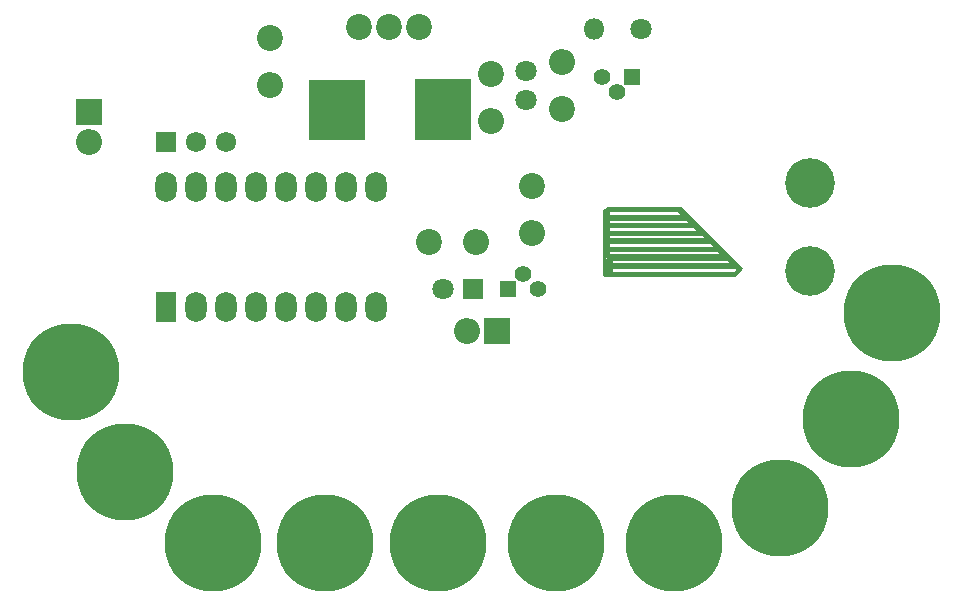
<source format=gts>
G04 #@! TF.FileFunction,Soldermask,Top*
%FSLAX46Y46*%
G04 Gerber Fmt 4.6, Leading zero omitted, Abs format (unit mm)*
G04 Created by KiCad (PCBNEW 4.0.7) date 06/25/19 00:48:09*
%MOMM*%
%LPD*%
G01*
G04 APERTURE LIST*
%ADD10C,0.100000*%
%ADD11C,0.200000*%
%ADD12C,4.200000*%
%ADD13R,1.800000X2.600000*%
%ADD14O,1.800000X2.600000*%
%ADD15C,8.200000*%
%ADD16R,1.800000X1.800000*%
%ADD17C,1.800000*%
%ADD18R,2.200000X2.200000*%
%ADD19O,2.200000X2.200000*%
%ADD20C,1.400000*%
%ADD21R,1.400000X1.400000*%
%ADD22C,2.198980*%
%ADD23R,4.700000X5.200000*%
%ADD24C,2.200000*%
%ADD25O,1.800000X1.800000*%
%ADD26R,1.724000X1.724000*%
%ADD27C,1.724000*%
G04 APERTURE END LIST*
D10*
D11*
X166325000Y-104600000D02*
X166600000Y-104600000D01*
X160400000Y-104600000D02*
X160250000Y-104750000D01*
X166375000Y-104600000D02*
X160400000Y-104600000D01*
X160300000Y-104700000D02*
X160100000Y-104900000D01*
X160325000Y-104700000D02*
X160300000Y-104700000D01*
X160100000Y-104925000D02*
X160325000Y-104700000D01*
X160100000Y-110250000D02*
X160100000Y-104925000D01*
X171100000Y-109675000D02*
X160550000Y-109675000D01*
X160850000Y-109375000D02*
X170675000Y-109375000D01*
X160550000Y-104775000D02*
X160550000Y-105275000D01*
X160350000Y-104775000D02*
X160550000Y-104775000D01*
X160350000Y-105975000D02*
X160350000Y-104775000D01*
X167550000Y-105975000D02*
X160350000Y-105975000D01*
X167850000Y-106275000D02*
X167550000Y-105975000D01*
X160100000Y-106275000D02*
X167850000Y-106275000D01*
X160100000Y-106300000D02*
X160100000Y-106275000D01*
X160100000Y-106325000D02*
X160100000Y-106300000D01*
X160500000Y-106325000D02*
X160100000Y-106325000D01*
X160500000Y-106625000D02*
X160500000Y-106325000D01*
X168125000Y-106625000D02*
X160500000Y-106625000D01*
X168775000Y-107275000D02*
X168125000Y-106625000D01*
X160500000Y-107275000D02*
X168775000Y-107275000D01*
X160450000Y-107225000D02*
X160500000Y-107275000D01*
X160450000Y-107400000D02*
X160450000Y-107225000D01*
X168900000Y-107400000D02*
X160450000Y-107400000D01*
X169075000Y-107575000D02*
X168900000Y-107400000D01*
X160525000Y-107575000D02*
X169075000Y-107575000D01*
X160525000Y-107975000D02*
X160525000Y-107575000D01*
X169525000Y-107975000D02*
X160525000Y-107975000D01*
X169825000Y-108275000D02*
X169525000Y-107975000D01*
X160575000Y-108275000D02*
X169825000Y-108275000D01*
X160425000Y-108125000D02*
X160575000Y-108275000D01*
X160750000Y-109350000D02*
X160750000Y-109075000D01*
X160750000Y-110100000D02*
X160750000Y-109350000D01*
X160550000Y-109900000D02*
X160750000Y-110100000D01*
X160550000Y-105625000D02*
X160550000Y-109900000D01*
X160550000Y-106925000D02*
X160550000Y-105625000D01*
X168450000Y-106925000D02*
X160550000Y-106925000D01*
X168450000Y-106800000D02*
X168450000Y-106925000D01*
X160500000Y-106800000D02*
X168450000Y-106800000D01*
X160500000Y-106650000D02*
X160500000Y-106800000D01*
X168300000Y-106650000D02*
X160500000Y-106650000D01*
X167050000Y-105400000D02*
X168300000Y-106650000D01*
X160400000Y-105400000D02*
X167050000Y-105400000D01*
X160400000Y-106150000D02*
X160400000Y-105400000D01*
X167700000Y-106150000D02*
X160400000Y-106150000D01*
X167800000Y-106250000D02*
X167700000Y-106150000D01*
X160350000Y-106250000D02*
X167800000Y-106250000D01*
X160300000Y-106200000D02*
X160350000Y-106250000D01*
X167800000Y-106200000D02*
X160300000Y-106200000D01*
X167600000Y-106000000D02*
X167800000Y-106200000D01*
X160500000Y-106000000D02*
X167600000Y-106000000D01*
X160500000Y-105400000D02*
X160500000Y-106000000D01*
X160300000Y-105600000D02*
X160500000Y-105400000D01*
X167100000Y-105600000D02*
X160300000Y-105600000D01*
X167000000Y-105500000D02*
X167100000Y-105600000D01*
X160600000Y-105500000D02*
X167000000Y-105500000D01*
X160600000Y-105300000D02*
X160600000Y-105500000D01*
X166800000Y-105300000D02*
X160600000Y-105300000D01*
X166800000Y-105000000D02*
X166800000Y-105300000D01*
X166600000Y-104800000D02*
X166800000Y-105000000D01*
X160400000Y-104800000D02*
X166600000Y-104800000D01*
X160300000Y-104900000D02*
X160400000Y-104800000D01*
X166300000Y-104900000D02*
X160300000Y-104900000D01*
X166100000Y-104700000D02*
X166300000Y-104900000D01*
X160400000Y-104700000D02*
X166100000Y-104700000D01*
X160400000Y-108000000D02*
X160400000Y-104700000D01*
X160400000Y-107700000D02*
X160400000Y-108000000D01*
X160500000Y-107600000D02*
X160400000Y-107700000D01*
X160500000Y-108100000D02*
X160500000Y-107600000D01*
X169600000Y-108100000D02*
X160500000Y-108100000D01*
X170400000Y-108900000D02*
X169600000Y-108100000D01*
X160400000Y-108900000D02*
X170400000Y-108900000D01*
X160400000Y-109500000D02*
X160400000Y-108900000D01*
X170100000Y-109500000D02*
X160400000Y-109500000D01*
X171300000Y-109500000D02*
X170100000Y-109500000D01*
X171600000Y-109800000D02*
X171300000Y-109500000D01*
X171200000Y-110200000D02*
X171600000Y-109800000D01*
X160200000Y-110200000D02*
X171200000Y-110200000D01*
X160400000Y-110200000D02*
X160200000Y-110200000D01*
X160400000Y-108000000D02*
X160400000Y-110200000D01*
X160600000Y-108000000D02*
X160400000Y-108000000D01*
X169500000Y-108000000D02*
X160600000Y-108000000D01*
X169500000Y-108100000D02*
X169500000Y-108000000D01*
X169600000Y-108200000D02*
X169500000Y-108100000D01*
X160800000Y-108200000D02*
X169600000Y-108200000D01*
X160600000Y-108200000D02*
X160800000Y-108200000D01*
X160300000Y-108500000D02*
X160600000Y-108200000D01*
X160300000Y-104700000D02*
X160300000Y-108500000D01*
X160500000Y-104700000D02*
X160300000Y-104700000D01*
X160500000Y-109100000D02*
X160500000Y-104700000D01*
X160500000Y-109400000D02*
X160500000Y-109100000D01*
X160700000Y-109400000D02*
X160500000Y-109400000D01*
X160700000Y-109000000D02*
X160700000Y-109400000D01*
X160400000Y-109000000D02*
X160700000Y-109000000D01*
X160300000Y-109100000D02*
X160400000Y-109000000D01*
X160300000Y-109700000D02*
X160300000Y-109100000D01*
X160300000Y-110000000D02*
X160300000Y-109700000D01*
X160500000Y-110000000D02*
X160300000Y-110000000D01*
X160500000Y-109700000D02*
X160500000Y-110000000D01*
X160700000Y-109700000D02*
X160500000Y-109700000D01*
X160700000Y-110300000D02*
X160700000Y-109700000D01*
X160800000Y-110300000D02*
X160700000Y-110300000D01*
X160200000Y-110300000D02*
X160800000Y-110300000D01*
X171200000Y-110300000D02*
X160200000Y-110300000D01*
X171300000Y-110200000D02*
X171200000Y-110300000D01*
X171400000Y-110100000D02*
X171300000Y-110200000D01*
X171300000Y-110000000D02*
X171400000Y-110100000D01*
X171200000Y-110100000D02*
X171300000Y-110000000D01*
X171100000Y-110100000D02*
X171200000Y-110100000D01*
X160100000Y-110100000D02*
X171100000Y-110100000D01*
X171500000Y-109600000D02*
X171400000Y-109700000D01*
X160200000Y-109600000D02*
X171500000Y-109600000D01*
X160200000Y-109400000D02*
X160200000Y-109600000D01*
X170800000Y-109400000D02*
X160200000Y-109400000D01*
X166100000Y-104600000D02*
X165900000Y-104600000D01*
X171500000Y-110000000D02*
X166100000Y-104600000D01*
X171600000Y-109900000D02*
X171500000Y-110000000D01*
X166400000Y-104700000D02*
X171600000Y-109900000D01*
X166500000Y-104700000D02*
X166400000Y-104700000D01*
X171700000Y-109900000D02*
X166500000Y-104700000D01*
X171800000Y-109800000D02*
X171700000Y-109900000D01*
X170600000Y-108600000D02*
X171800000Y-109800000D01*
X170400000Y-108600000D02*
X170600000Y-108600000D01*
X160200000Y-108600000D02*
X170400000Y-108600000D01*
X160200000Y-109000000D02*
X160200000Y-108600000D01*
X171000000Y-109000000D02*
X160200000Y-109000000D01*
X170800000Y-108800000D02*
X171000000Y-109000000D01*
X160200000Y-108800000D02*
X170800000Y-108800000D01*
X160200000Y-110400000D02*
X160100000Y-110300000D01*
X171200000Y-110400000D02*
X160200000Y-110400000D01*
X171800000Y-109800000D02*
X171200000Y-110400000D01*
X171700000Y-109700000D02*
X171800000Y-109800000D01*
X166600000Y-104600000D02*
X171700000Y-109700000D01*
D12*
X177500000Y-102500000D03*
D13*
X123000000Y-113000000D03*
D14*
X140780000Y-102840000D03*
X125540000Y-113000000D03*
X138240000Y-102840000D03*
X128080000Y-113000000D03*
X135700000Y-102840000D03*
X130620000Y-113000000D03*
X133160000Y-102840000D03*
X133160000Y-113000000D03*
X130620000Y-102840000D03*
X135700000Y-113000000D03*
X128080000Y-102840000D03*
X138240000Y-113000000D03*
X125540000Y-102840000D03*
X140780000Y-113000000D03*
X123000000Y-102840000D03*
D15*
X175000000Y-130000000D03*
D16*
X149000000Y-111500000D03*
D17*
X146500000Y-111500000D03*
X153500000Y-93000000D03*
X153500000Y-95500000D03*
D18*
X151000000Y-115000000D03*
D19*
X148460000Y-115000000D03*
D18*
X116500000Y-96500000D03*
D19*
X116500000Y-99040000D03*
D15*
X136500000Y-133000000D03*
X146000000Y-133000000D03*
X156000000Y-133000000D03*
X166000000Y-133000000D03*
X181000000Y-122500000D03*
X184500000Y-113500000D03*
X115000000Y-118500000D03*
X119500000Y-127000000D03*
X127000000Y-133000000D03*
D20*
X153270000Y-110230000D03*
X154540000Y-111500000D03*
D21*
X152000000Y-111500000D03*
D20*
X161230000Y-94770000D03*
X159960000Y-93500000D03*
D21*
X162500000Y-93500000D03*
D22*
X141910000Y-89300000D03*
X139370000Y-89300000D03*
X144450000Y-89300000D03*
D10*
G36*
X144100000Y-93700000D02*
X148800000Y-93700000D01*
X148800000Y-98900000D01*
X144100000Y-98900000D01*
X144100000Y-93700000D01*
X144100000Y-93700000D01*
G37*
D23*
X137450000Y-96300000D03*
D24*
X145250000Y-107500000D03*
D19*
X149250000Y-107500000D03*
D24*
X154000000Y-102750000D03*
D19*
X154000000Y-106750000D03*
D24*
X131800000Y-90200000D03*
D19*
X131800000Y-94200000D03*
D24*
X150500000Y-93250000D03*
D19*
X150500000Y-97250000D03*
D24*
X156500000Y-96250000D03*
D19*
X156500000Y-92250000D03*
D17*
X163250000Y-89500000D03*
D25*
X159250000Y-89500000D03*
D26*
X123000000Y-99000000D03*
D27*
X125540000Y-99000000D03*
X128080000Y-99000000D03*
D12*
X177500000Y-110000000D03*
M02*

</source>
